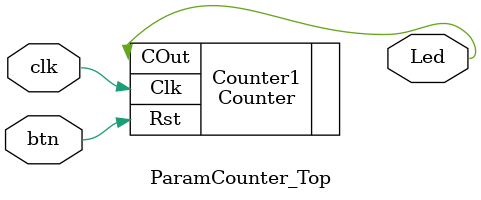
<source format=v>
`timescale 1ns / 1ps
module ParamCounter_Top
(
    input     clk,
    input     btn,
    output    Led
);

    // --------------------------------------------------------------------------
    //                      Internal Wire/Reg Signals 
    // --------------------------------------------------------------------------


    // --------------------------------------------------------------------------
    //                        Continuous Assignments
    // --------------------------------------------------------------------------

    // --------------------------------------------------------------------------
    //                       Sequential Blocks
    // --------------------------------------------------------------------------

    // --------------------------------------------------------------------------
    //                       Always Blocks
    // --------------------------------------------------------------------------        


    // --------------------------------------------------------------------------
    //                       Modules Instantiation
    // --------------------------------------------------------------------------        
    Counter #(24) Counter1 
    (
        .Clk        (clk), 
        .Rst        (btn), 
        .COut       (Led)
    );

endmodule

</source>
